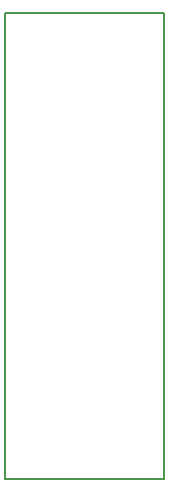
<source format=gbr>
G04 #@! TF.FileFunction,Profile,NP*
%FSLAX46Y46*%
G04 Gerber Fmt 4.6, Leading zero omitted, Abs format (unit mm)*
G04 Created by KiCad (PCBNEW 4.0.6) date 04/03/17 09:38:59*
%MOMM*%
%LPD*%
G01*
G04 APERTURE LIST*
%ADD10C,0.100000*%
%ADD11C,0.150000*%
G04 APERTURE END LIST*
D10*
D11*
X-500000Y500000D02*
X-500000Y-39000000D01*
X13000000Y-39000000D02*
X13000000Y500000D01*
X-500000Y-39000000D02*
X13000000Y-39000000D01*
X13000000Y500000D02*
X-500000Y500000D01*
M02*

</source>
